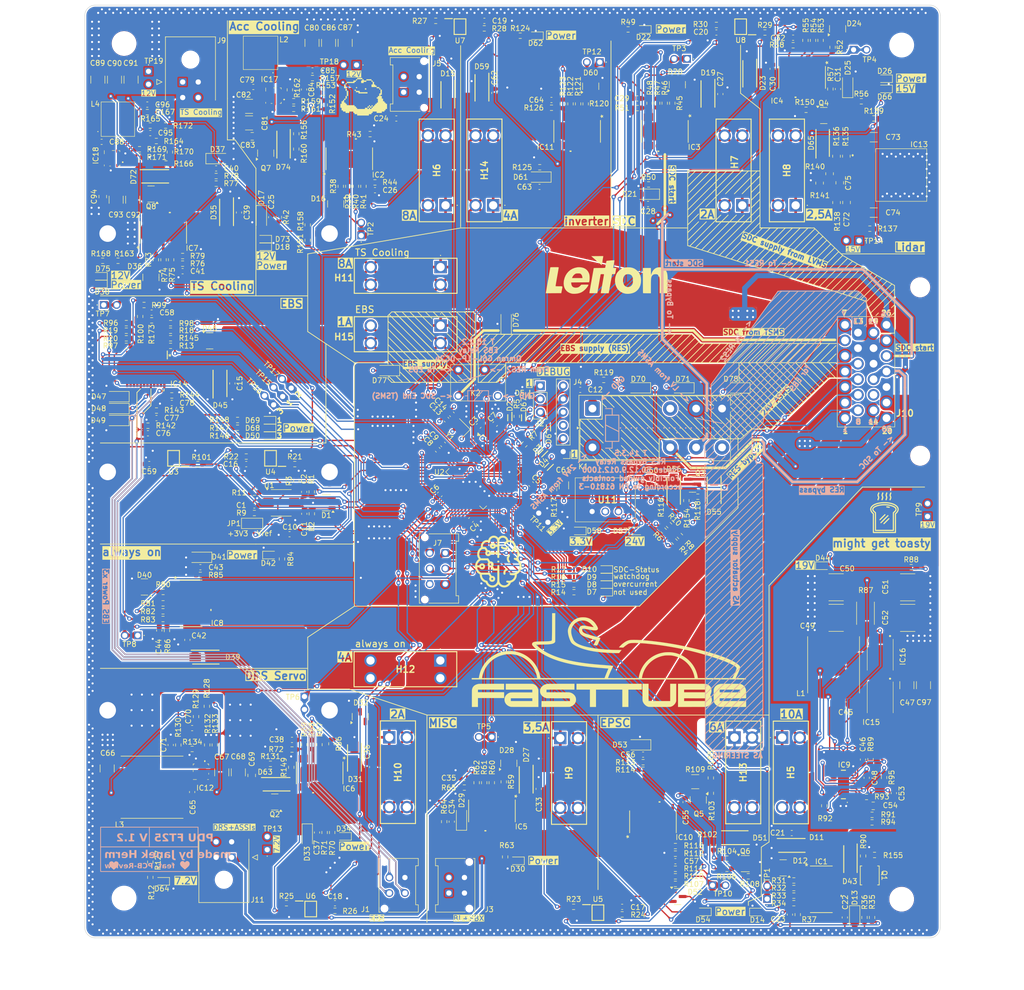
<source format=kicad_pcb>
(kicad_pcb
	(version 20240108)
	(generator "pcbnew")
	(generator_version "8.0")
	(general
		(thickness 1.6)
		(legacy_teardrops no)
	)
	(paper "A3")
	(title_block
		(title "PDU FT25")
		(date "2025-01-15")
		(rev "V1.2")
		(company "Janek Herm")
		(comment 1 "FasTTUBe Electronics")
	)
	(layers
		(0 "F.Cu" signal)
		(1 "In1.Cu" power)
		(2 "In2.Cu" signal)
		(31 "B.Cu" mixed)
		(32 "B.Adhes" user "B.Adhesive")
		(33 "F.Adhes" user "F.Adhesive")
		(34 "B.Paste" user)
		(35 "F.Paste" user)
		(36 "B.SilkS" user "B.Silkscreen")
		(37 "F.SilkS" user "F.Silkscreen")
		(38 "B.Mask" user)
		(39 "F.Mask" user)
		(40 "Dwgs.User" user "User.Drawings")
		(41 "Cmts.User" user "User.Comments")
		(42 "Eco1.User" user "User.Eco1")
		(43 "Eco2.User" user "User.Eco2")
		(44 "Edge.Cuts" user)
		(45 "Margin" user)
		(46 "B.CrtYd" user "B.Courtyard")
		(47 "F.CrtYd" user "F.Courtyard")
		(48 "B.Fab" user)
		(49 "F.Fab" user)
		(50 "User.1" user)
		(51 "User.2" user)
		(52 "User.3" user)
		(53 "User.4" user)
		(54 "User.5" user)
		(55 "User.6" user)
		(56 "User.7" user)
		(57 "User.8" user)
		(58 "User.9" user)
	)
	(setup
		(stackup
			(layer "F.SilkS"
				(type "Top Silk Screen")
			)
			(layer "F.Paste"
				(type "Top Solder Paste")
			)
			(layer "F.Mask"
				(type "Top Solder Mask")
				(thickness 0.01)
			)
			(layer "F.Cu"
				(type "copper")
				(thickness 0.035)
			)
			(layer "dielectric 1"
				(type "prepreg")
				(thickness 0.1)
				(material "FR4")
				(epsilon_r 4.5)
				(loss_tangent 0.02)
			)
			(layer "In1.Cu"
				(type "copper")
				(thickness 0.035)
			)
			(layer "dielectric 2"
				(type "core")
				(thickness 1.24)
				(material "FR4")
				(epsilon_r 4.5)
				(loss_tangent 0.02)
			)
			(layer "In2.Cu"
				(type "copper")
				(thickness 0.035)
			)
			(layer "dielectric 3"
				(type "prepreg")
				(thickness 0.1)
				(material "FR4")
				(epsilon_r 4.5)
				(loss_tangent 0.02)
			)
			(layer "B.Cu"
				(type "copper")
				(thickness 0.035)
			)
			(layer "B.Mask"
				(type "Bottom Solder Mask")
				(thickness 0.01)
			)
			(layer "B.Paste"
				(type "Bottom Solder Paste")
			)
			(layer "B.SilkS"
				(type "Bottom Silk Screen")
			)
			(copper_finish "None")
			(dielectric_constraints no)
		)
		(pad_to_mask_clearance 0)
		(allow_soldermask_bridges_in_footprints no)
		(pcbplotparams
			(layerselection 0x00010fc_ffffffff)
			(plot_on_all_layers_selection 0x0000000_00000000)
			(disableapertmacros no)
			(usegerberextensions no)
			(usegerberattributes yes)
			(usegerberadvancedattributes yes)
			(creategerberjobfile no)
			(dashed_line_dash_ratio 12.000000)
			(dashed_line_gap_ratio 3.000000)
			(svgprecision 4)
			(plotframeref no)
			(viasonmask no)
			(mode 1)
			(useauxorigin yes)
			(hpglpennumber 1)
			(hpglpenspeed 20)
			(hpglpendiameter 15.000000)
			(pdf_front_fp_property_popups yes)
			(pdf_back_fp_property_popups yes)
			(dxfpolygonmode yes)
			(dxfimperialunits yes)
			(dxfusepcbnewfont yes)
			(psnegative no)
			(psa4output no)
			(plotreference yes)
			(plotvalue no)
			(plotfptext yes)
			(plotinvisibletext no)
			(sketchpadsonfab no)
			(subtractmaskfromsilk yes)
			(outputformat 1)
			(mirror no)
			(drillshape 0)
			(scaleselection 1)
			(outputdirectory "gerber/")
		)
	)
	(net 0 "")
	(net 1 "GND")
	(net 2 "+3V3")
	(net 3 "stdCAN_H")
	(net 4 "/MCU/Vref")
	(net 5 "stdCAN_L")
	(net 6 "/MCU/NRST")
	(net 7 "Net-(D11-A2)")
	(net 8 "/powerstages/P_Out6a")
	(net 9 "/powerstages/IS4")
	(net 10 "Net-(D15-A2)")
	(net 11 "/connectors/P_Out1")
	(net 12 "/powerstages/IS1")
	(net 13 "Net-(D19-A2)")
	(net 14 "/powerstages/IS10")
	(net 15 "Net-(D23-A2)")
	(net 16 "/powerstages/P_Out9a")
	(net 17 "/powerstages/IS7")
	(net 18 "Net-(D27-A2)")
	(net 19 "/connectors/P_Out8")
	(net 20 "/powerstages/IS8")
	(net 21 "Net-(D31-A2)")
	(net 22 "/powerstages/P_Out5a")
	(net 23 "/powerstages/IS3")
	(net 24 "Net-(D35-A2)")
	(net 25 "/connectors/P_Out2")
	(net 26 "/powerstages/IS2")
	(net 27 "/connectors/P_Out9")
	(net 28 "/powerstages/IS9")
	(net 29 "Net-(IC9-CBOOT)")
	(net 30 "Net-(IC9-SW)")
	(net 31 "Net-(IC9-VCC)")
	(net 32 "Net-(D43-K)")
	(net 33 "Net-(IC9-PFM{slash}SYNC)")
	(net 34 "/connectors/P_Out4")
	(net 35 "Net-(C53-Pad2)")
	(net 36 "Net-(IC9-EXTCOMP)")
	(net 37 "Net-(D51-A2)")
	(net 38 "/connectors/P_Out5")
	(net 39 "/powerstages/IS5")
	(net 40 "Net-(D56-K)")
	(net 41 "Net-(D59-A2)")
	(net 42 "/connectors/P_Out6")
	(net 43 "/powerstages/IS6")
	(net 44 "Net-(IC12-SW)")
	(net 45 "Net-(IC12-BOOT)")
	(net 46 "/connectors/P_Out3")
	(net 47 "Net-(D63-K)")
	(net 48 "Net-(IC12-FB)")
	(net 49 "Net-(IC12-SS)")
	(net 50 "/connectors/P_Out7")
	(net 51 "Net-(IC13-FB)")
	(net 52 "Net-(D65-K)")
	(net 53 "Net-(IC13-SS)")
	(net 54 "/MCU/SWCLK")
	(net 55 "/MCU/SWDIO")
	(net 56 "/MCU/UART_RX")
	(net 57 "/MCU/UART_TX")
	(net 58 "Net-(D7-A)")
	(net 59 "Net-(D8-A)")
	(net 60 "Net-(D9-A)")
	(net 61 "Net-(D10-A)")
	(net 62 "Net-(D12-A)")
	(net 63 "unconnected-(D12-NC-Pad2)")
	(net 64 "Net-(D14-A)")
	(net 65 "Net-(D16-A)")
	(net 66 "unconnected-(D16-NC-Pad2)")
	(net 67 "Net-(D18-A)")
	(net 68 "Net-(D20-A)")
	(net 69 "unconnected-(D20-NC-Pad2)")
	(net 70 "Net-(D22-A)")
	(net 71 "Net-(D24-A)")
	(net 72 "unconnected-(D24-NC-Pad2)")
	(net 73 "Net-(D26-A)")
	(net 74 "Net-(D28-A)")
	(net 75 "unconnected-(D28-NC-Pad2)")
	(net 76 "Net-(D30-A)")
	(net 77 "unconnected-(D32-NC-Pad2)")
	(net 78 "Net-(D32-A)")
	(net 79 "Net-(D34-A)")
	(net 80 "Net-(D36-A)")
	(net 81 "unconnected-(D36-NC-Pad2)")
	(net 82 "Net-(D38-A)")
	(net 83 "Net-(D43-A)")
	(net 84 "Net-(D44-A)")
	(net 85 "Net-(D45-A2)")
	(net 86 "/powerstages/IS11")
	(net 87 "/connectors/P_Out12")
	(net 88 "unconnected-(D52-NC-Pad2)")
	(net 89 "Net-(D52-A)")
	(net 90 "Net-(D54-A)")
	(net 91 "Net-(D56-A)")
	(net 92 "Net-(D57-A)")
	(net 93 "Net-(D58-A)")
	(net 94 "unconnected-(D60-NC-Pad2)")
	(net 95 "Net-(D60-A)")
	(net 96 "Net-(D62-A)")
	(net 97 "Net-(D63-A)")
	(net 98 "Net-(D64-A)")
	(net 99 "Net-(D65-A)")
	(net 100 "Net-(D66-A)")
	(net 101 "/connectors/P_Out11")
	(net 102 "/connectors/P_Out10")
	(net 103 "Net-(D46-A)")
	(net 104 "+24V")
	(net 105 "Net-(IC1-IS)")
	(net 106 "Net-(IC1-GND)")
	(net 107 "Net-(IC1-IN)")
	(net 108 "Net-(IC1-DEN)")
	(net 109 "Net-(IC2-IS)")
	(net 110 "Net-(IC2-IN)")
	(net 111 "Net-(IC2-DEN)")
	(net 112 "Net-(IC2-GND)")
	(net 113 "Net-(IC3-IN)")
	(net 114 "Net-(IC3-GND)")
	(net 115 "Net-(IC3-IS)")
	(net 116 "Net-(IC3-DEN)")
	(net 117 "Net-(IC4-IN)")
	(net 118 "Net-(IC4-GND)")
	(net 119 "Net-(IC4-IS)")
	(net 120 "Net-(IC4-DEN)")
	(net 121 "Net-(IC5-GND)")
	(net 122 "Net-(IC5-DEN)")
	(net 123 "Net-(IC5-IS)")
	(net 124 "Net-(IC5-IN)")
	(net 125 "Net-(IC6-GND)")
	(net 126 "Net-(IC6-IN)")
	(net 127 "Net-(IC6-DEN)")
	(net 128 "Net-(IC6-IS)")
	(net 129 "Net-(IC7-IN)")
	(net 130 "Net-(IC7-IS)")
	(net 131 "Net-(IC7-GND)")
	(net 132 "Net-(IC7-DEN)")
	(net 133 "Net-(IC9-CNFG)")
	(net 134 "Net-(IC9-PG{slash}SYNCOUT)")
	(net 135 "Net-(IC9-RT)")
	(net 136 "Net-(IC9-ISNS+)")
	(net 137 "Net-(IC9-HO)")
	(net 138 "Net-(IC9-LO)")
	(net 139 "Net-(IC9-FB)")
	(net 140 "Net-(IC10-IS)")
	(net 141 "Net-(IC10-IN)")
	(net 142 "Net-(IC10-DEN)")
	(net 143 "Net-(IC10-GND)")
	(net 144 "Net-(IC11-DEN)")
	(net 145 "Net-(IC11-IS)")
	(net 146 "Net-(IC11-IN)")
	(net 147 "Net-(IC11-GND)")
	(net 148 "Net-(IC12-PG)")
	(net 149 "Net-(IC12-MODE)")
	(net 150 "Net-(IC12-EN)")
	(net 151 "Net-(IC13-RON)")
	(net 152 "Net-(IC13-EN)")
	(net 153 "/MCU/SWO")
	(net 154 "FDCAN_H")
	(net 155 "FDCAN_L")
	(net 156 "/RBR/SDC bypass")
	(net 157 "24V ASMS")
	(net 158 "Net-(JP1-C)")
	(net 159 "unconnected-(K1-Pad12)")
	(net 160 "unconnected-(K1-Pad24)")
	(net 161 "Net-(K1-PadA1)")
	(net 162 "unconnected-(D46-NC-Pad2)")
	(net 163 "Net-(IC14-DSEL1)")
	(net 164 "Net-(Q5-D)")
	(net 165 "Net-(Q5-G)")
	(net 166 "Net-(Q6-G)")
	(net 167 "Net-(Q6-D)")
	(net 168 "Net-(U1-Rs)")
	(net 169 "Net-(U2-PA0)")
	(net 170 "Net-(U2-BOOT0)")
	(net 171 "Net-(U2-PC0)")
	(net 172 "Net-(U2-PA11)")
	(net 173 "/MCU/CAN_RX")
	(net 174 "/MCU/CAN_TX")
	(net 175 "Net-(U2-PA12)")
	(net 176 "unconnected-(U2-PB7-Pad59)")
	(net 177 "unconnected-(U2-PA15-Pad50)")
	(net 178 "/MCU/STATUS_LED1")
	(net 179 "/MCU/STATUS_LED2")
	(net 180 "/MCU/STATUS_LED3")
	(net 181 "/MCU/STATUS_LED4")
	(net 182 "Net-(R12-Pad1)")
	(net 183 "Net-(U4A--)")
	(net 184 "/MCU/ISENSE1")
	(net 185 "Net-(U4B--)")
	(net 186 "/MCU/ISENSE2")
	(net 187 "/MCU/ISENSE3")
	(net 188 "Net-(U5A--)")
	(net 189 "Net-(U5B--)")
	(net 190 "/MCU/ISENSE4")
	(net 191 "/MCU/ISENSE5")
	(net 192 "Net-(U6A--)")
	(net 193 "Net-(U6B--)")
	(net 194 "/MCU/ISENSE6")
	(net 195 "/MCU/ISENSE7")
	(net 196 "Net-(U7A--)")
	(net 197 "Net-(U7B--)")
	(net 198 "/MCU/ISENSE8")
	(net 199 "/MCU/ISENSE9")
	(net 200 "Net-(U8A--)")
	(net 201 "Net-(U8B--)")
	(net 202 "/MCU/ISENSE10")
	(net 203 "/MCU/IN4")
	(net 204 "/MCU/IN1")
	(net 205 "/MCU/IN10")
	(net 206 "/MCU/IN7")
	(net 207 "/MCU/IN8")
	(net 208 "/MCU/IN3")
	(net 209 "/MCU/IN2")
	(net 210 "/MCU/IN9")
	(net 211 "/MCU/IN11")
	(net 212 "/MCU/IN12")
	(net 213 "/MCU/IN13")
	(net 214 "/MCU/PC_Read")
	(net 215 "/MCU/PC_EN")
	(net 216 "/MCU/IN5")
	(net 217 "/MCU/IN6")
	(net 218 "/MCU/XTAL_OUT")
	(net 219 "unconnected-(U2-PC5-Pad25)")
	(net 220 "Net-(IC14-GND)")
	(net 221 "unconnected-(U2-PC12-Pad53)")
	(net 222 "Net-(IC14-DEN)")
	(net 223 "Net-(IC14-IN2)")
	(net 224 "/MCU/XTAL_IN")
	(net 225 "unconnected-(U2-PD2-Pad54)")
	(net 226 "unconnected-(IC14-OUT3-Pad13)")
	(net 227 "Net-(IC14-IN0)")
	(net 228 "Net-(IC14-IN3)")
	(net 229 "Net-(IC14-DSEL0)")
	(net 230 "Net-(IC14-IN1)")
	(net 231 "Net-(IC14-IS)")
	(net 232 "/MCU/DSEL0")
	(net 233 "/MCU/DSEL1")
	(net 234 "Net-(U3A--)")
	(net 235 "/MCU/ISENSE11")
	(net 236 "Net-(U3B--)")
	(net 237 "unconnected-(IC9-NC_1-Pad1)")
	(net 238 "unconnected-(IC9-NC_2-Pad2)")
	(net 239 "unconnected-(IC9-NC_4-Pad23)")
	(net 240 "unconnected-(IC9-NC_3-Pad22)")
	(net 241 "unconnected-(IC9-NC_5-Pad24)")
	(net 242 "Net-(D50-A)")
	(net 243 "Net-(D68-A)")
	(net 244 "Net-(D69-A)")
	(net 245 "/connectors/P_Out14")
	(net 246 "/connectors/P_Out13")
	(net 247 "Net-(IC17-SW)")
	(net 248 "Net-(IC17-BOOT)")
	(net 249 "Net-(D72-K)")
	(net 250 "Net-(IC17-FB)")
	(net 251 "Net-(IC17-SS)")
	(net 252 "Net-(IC18-BOOT)")
	(net 253 "Net-(IC18-SW)")
	(net 254 "Net-(D74-K)")
	(net 255 "Net-(IC18-FB)")
	(net 256 "Net-(IC18-SS)")
	(net 257 "Net-(D72-A)")
	(net 258 "Net-(D73-A)")
	(net 259 "Net-(D74-A)")
	(net 260 "Net-(D75-A)")
	(net 261 "Net-(IC17-PG)")
	(net 262 "Net-(IC17-MODE)")
	(net 263 "Net-(IC17-EN)")
	(net 264 "Net-(IC18-PG)")
	(net 265 "Net-(IC18-MODE)")
	(net 266 "Net-(IC18-EN)")
	(net 267 "Net-(R151-Pad2)")
	(net 268 "Net-(R163-Pad2)")
	(net 269 "EBS supply")
	(net 270 "AS actuator supply")
	(net 271 "unconnected-(IC1-NC-Pad7)")
	(net 272 "unconnected-(IC1-NC-Pad1)")
	(net 273 "unconnected-(IC1-NC-Pad14)")
	(net 274 "unconnected-(IC1-NC-Pad8)")
	(net 275 "unconnected-(IC1-NC-Pad9)")
	(net 276 "unconnected-(IC1-NC-Pad13)")
	(net 277 "unconnected-(IC1-NC-Pad2)")
	(net 278 "unconnected-(IC2-NC-Pad2)")
	(net 279 "unconnected-(IC2-NC-Pad7)")
	(net 280 "unconnected-(IC2-NC-Pad8)")
	(net 281 "unconnected-(IC2-NC-Pad14)")
	(net 282 "unconnected-(IC2-NC-Pad1)")
	(net 283 "unconnected-(IC2-NC-Pad9)")
	(net 284 "unconnected-(IC2-NC-Pad13)")
	(net 285 "unconnected-(IC3-NC-Pad8)")
	(net 286 "unconnected-(IC3-NC-Pad1)")
	(net 287 "unconnected-(IC3-NC-Pad7)")
	(net 288 "unconnected-(IC3-NC-Pad14)")
	(net 289 "unconnected-(IC3-NC-Pad13)")
	(net 290 "unconnected-(IC3-NC-Pad9)")
	(net 291 "unconnected-(IC3-NC-Pad2)")
	(net 292 "unconnected-(IC4-NC-Pad2)")
	(net 293 "unconnected-(IC4-NC-Pad1)")
	(net 294 "unconnected-(IC4-NC-Pad13)")
	(net 295 "unconnected-(IC4-NC-Pad7)")
	(net 296 "unconnected-(IC4-NC-Pad9)")
	(net 297 "unconnected-(IC4-NC-Pad8)")
	(net 298 "unconnected-(IC4-NC-Pad14)")
	(net 299 "unconnected-(IC5-NC-Pad1)")
	(net 300 "unconnected-(IC5-NC-Pad8)")
	(net 301 "unconnected-(IC5-NC-Pad9)")
	(net 302 "unconnected-(IC5-NC-Pad14)")
	(net 303 "unconnected-(IC5-NC-Pad13)")
	(net 304 "unconnected-(IC5-NC-Pad2)")
	(net 305 "unconnected-(IC5-NC-Pad7)")
	(net 306 "unconnected-(IC6-NC-Pad14)")
	(net 307 "unconnected-(IC6-NC-Pad2)")
	(net 308 "unconnected-(IC6-NC-Pad7)")
	(net 309 "unconnected-(IC6-NC-Pad1)")
	(net 310 "unconnected-(IC6-NC-Pad9)")
	(net 311 "unconnected-(IC6-NC-Pad8)")
	(net 312 "unconnected-(IC6-NC-Pad13)")
	(net 313 "unconnected-(IC7-NC-Pad1)")
	(net 314 "unconnected-(IC7-NC-Pad9)")
	(net 315 "unconnected-(IC7-NC-Pad14)")
	(net 316 "unconnected-(IC7-NC-Pad13)")
	(net 317 "unconnected-(IC7-NC-Pad7)")
	(net 318 "unconnected-(IC7-NC-Pad8)")
	(net 319 "unconnected-(IC7-NC-Pad2)")
	(net 320 "unconnected-(IC10-NC-Pad14)")
	(net 321 "unconnected-(IC10-NC-Pad8)")
	(net 322 "unconnected-(IC10-NC-Pad13)")
	(net 323 "unconnected-(IC10-NC-Pad9)")
	(net 324 "unconnected-(IC10-NC-Pad1)")
	(net 325 "unconnected-(IC10-NC-Pad7)")
	(net 326 "unconnected-(IC10-NC-Pad2)")
	(net 327 "unconnected-(IC11-NC-Pad1)")
	(net 328 "unconnected-(IC11-NC-Pad13)")
	(net 329 "unconnected-(IC11-NC-Pad2)")
	(net 330 "unconnected-(IC11-NC-Pad7)")
	(net 331 "unconnected-(IC11-NC-Pad9)")
	(net 332 "unconnected-(IC11-NC-Pad8)")
	(net 333 "unconnected-(IC11-NC-Pad14)")
	(net 334 "unconnected-(IC14-NC-Pad21)")
	(net 335 "unconnected-(IC14-NC-Pad19)")
	(net 336 "unconnected-(IC14-NC-Pad15)")
	(net 337 "unconnected-(IC14-NC-Pad18)")
	(net 338 "unconnected-(IC14-NC-Pad23)")
	(net 339 "unconnected-(IC14-NC-Pad22)")
	(net 340 "unconnected-(IC14-NC-Pad14)")
	(net 341 "unconnected-(IC14-NC-Pad12)")
	(net 342 "unconnected-(IC14-NC-Pad1)")
	(net 343 "unconnected-(IC14-NC-Pad16)")
	(net 344 "/EBSR/EBS power")
	(net 345 "unconnected-(U2-PC14-Pad3)")
	(net 346 "unconnected-(U2-PC15-Pad4)")
	(net 347 "unconnected-(U2-PC13-Pad2)")
	(net 348 "Net-(R100-Pad1)")
	(net 349 "/RBR/RES")
	(net 350 "TSMS SDC")
	(net 351 "unconnected-(IC14-NC-Pad3)")
	(net 352 "unconnected-(U2-PB0-Pad26)")
	(net 353 "Net-(D39-A2)")
	(net 354 "unconnected-(D40-NC-Pad2)")
	(net 355 "Net-(D40-A)")
	(net 356 "Net-(D42-A)")
	(net 357 "unconnected-(IC8-NC-Pad8)")
	(net 358 "unconnected-(IC8-NC-Pad13)")
	(net 359 "Net-(IC8-IN)")
	(net 360 "unconnected-(IC8-NC-Pad9)")
	(net 361 "unconnected-(IC8-NC-Pad1)")
	(net 362 "Net-(IC8-DEN)")
	(net 363 "Net-(IC8-GND)")
	(net 364 "Net-(IC8-IS)")
	(net 365 "unconnected-(IC8-NC-Pad2)")
	(net 366 "unconnected-(IC8-NC-Pad14)")
	(net 367 "unconnected-(IC8-NC-Pad7)")
	(net 368 "unconnected-(J10-Pin_15-Pad15)")
	(footprint "5025:5025" (layer "F.Cu") (at 165.32 98.46 90))
	(footprint "Resistor_SMD:R_0603_1608Metric" (layer "F.Cu") (at 161.375 88.955 90))
	(footprint "Resistor_SMD:R_0603_1608Metric" (layer "F.Cu") (at 128.645 103.135 -90))
	(footprint "Capacitor_SMD:C_1210_3225Metric" (layer "F.Cu") (at 162.225 61.275 90))
	(footprint "BTT6010-1ERB:SOIC14_BTT6010-1ERB_INF" (layer "F.Cu") (at 163.019 83.649799 90))
	(footprint "824501241:DIOM5127X250N" (layer "F.Cu") (at 139.345 93.995 -90))
	(footprint "Resistor_SMD:R_0603_1608Metric" (layer "F.Cu") (at 122.555 83.275))
	(footprint "Package_TO_SOT_SMD:SOT-23" (layer "F.Cu") (at 124.75 106.535 -90))
	(footprint "Package_TO_SOT_SMD:SOT-23" (layer "F.Cu") (at 165.14 191.314998 90))
	(footprint "Resistor_SMD:R_0603_1608Metric" (layer "F.Cu") (at 135.615001 196.775 90))
	(footprint "Resistor_SMD:R_0603_1608Metric" (layer "F.Cu") (at 155.915 68.065))
	(footprint "Capacitor_SMD:C_1210_3225Metric" (layer "F.Cu") (at 143.685 76.725 180))
	(footprint "Resistor_SMD:R_0603_1608Metric" (layer "F.Cu") (at 135.545001 189.315 -90))
	(footprint "LED_SMD:LED_0603_1608Metric" (layer "F.Cu") (at 266.295 70.155 180))
	(footprint "brain:heart" (layer "F.Cu") (at 117.6 220.05))
	(footprint "Resistor_SMD:R_0603_1608Metric" (layer "F.Cu") (at 127.585 77.225))
	(footprint "ESD321DYAR:SODFL1608X77N" (layer "F.Cu") (at 193.99 133.625 -90))
	(footprint "Diode_SMD:D_SOD-123F" (layer "F.Cu") (at 218.94 127.854999 180))
	(footprint "5025:5025" (layer "F.Cu") (at 147.190001 216.99 90))
	(footprint "Resistor_SMD:R_0603_1608Metric" (layer "F.Cu") (at 147.805 200.415))
	(footprint "5025:5025" (layer "F.Cu") (at 261.38 99.44 180))
	(footprint "MountingHole:MountingHole_3.2mm_M3_DIN965_Pad" (layer "F.Cu") (at 116.41 144.08 -90))
	(footprint "Resistor_SMD:R_0603_1608Metric" (layer "F.Cu") (at 254.645 208.515 -90))
	(footprint "3557-15:355715" (layer "F.Cu") (at 180.58 180.485 180))
	(footprint "Resistor_SMD:R_0603_1608Metric" (layer "F.Cu") (at 264.205001 75.855))
	(footprint "Capacitor_SMD:C_0603_1608Metric" (layer "F.Cu") (at 156.795 213.675001 -90))
	(footprint "Resistor_SMD:R_0603_1608Metric" (layer "F.Cu") (at 120.005477 118.297452))
	(footprint "MountingHole:MountingHole_4.3mm_M4" (layer "F.Cu") (at 119.575 226.345))
	(footprint "Capacitor_SMD:C_1210_3225Metric" (layer "F.Cu") (at 138.414747 202.063428 90))
	(footprint "Diode_SMD:D_SOD-123F" (layer "F.Cu") (at 146.065 94.88 -90))
	(footprint "Capacitor_SMD:C_0603_1608Metric" (layer "F.Cu") (at 185.205 203.145 180))
	(footprint "Resistor_SMD:R_0603_1608Metric" (layer "F.Cu") (at 225.925 220.675))
	(footprint "Resistor_SMD:R_0603_1608Metric"
		(layer "F.Cu")
		(uuid "15025461-dcc7-4f61-9542-8f8e8ec99700")
		(at 154.995 99.365 90)
		(descr "Resistor SMD 0603 (1608 Metric), square (rectangular) end terminal, IPC_7351 nominal, (Body size source: IPC-SM-782 page 72, https://www.pcb-3d.com/wordpress/wp-content/uploads/ipc-sm-782a_amendment_1_and_2.pdf), generated with kicad-footprint-generator")
		(tags "resistor")
		(property "Reference" "R151"
			(at -0.65 -1.42 90)
			(layer "F.SilkS")
			(uuid "122f886c-686c-4dca-9df4-687a2b60e366")
			(effects
				(font
					(size 1 1)
					(thickness 0.15)
				)
			)
		)
		(property "Value" "1k"
			(at 0 1.43 90)
			(layer "F.Fab")
			(uuid "a592b584-abae-4bea-8bc8-0a8ffebe0b80")
			(effects
				(font
					(size 1 1)
					(thickness 0.15)
				)
			)
		)
		(property "Footprint" "Resistor_SMD:R_0603_1608Metric"
			(at 0 0 90)
			(unlocked yes)
			(layer "F.Fab")
			(hide yes)
			(uuid "1c5f638a-4832-4642-88d6-97d1baf0f576")
			(effects
				(font
					(size 1.27 1.27)
					(thickness 0.15)
				)
			)
		)
		(property "Datasheet" ""
			(at 0 0 90)
			(unlocked yes)
			(layer "F.Fab")
			(hide yes)
			(uuid "59d60a19-0eeb-4754-9aba-e42d43305fa7")
			(effects
				(font
					(size 1.27 1.27)
					(thickness 0.15)
				)
			)
		)
		(property "Description" "Resistor, small symbol"
			(at 0 0 90)
			(unlocked yes)
			(layer "F.Fab")
			(hide yes)
			(uuid "33615a10-7215-4795-96b9-fa93cea6c121")
			(effects
				(font
					(size 1.27 1.27)
					(thickness 0.15)
				)
			)
		)
		(property ki_fp_filters "R_*")
		(path "/780d04e9-366d-4b48-88f6-229428c96c3a/2688228a-78b0-463b-82bd-42a0dedab640/a31b0199-c63c-4e83-8127-1fac1a9facaf")
		(sheetname "ACC pump DCDC")
		(sheetfile "pumpDCDC.kicad_sch")
		(attr smd)
		(fp_line
			(start -0.237258 -0.5225)
			(end 0.237258 -0.5225)
			(stroke
				(width 0.12)
				(type solid)
			)
			(layer "F.SilkS")
			(uuid "dc8e5fd8-4ca3-4c1d-b1f5-6eaae540711d")
		)
		(fp_line
			(start -0.237258 0.5225)
			(end 0.237258 0.5225)
			(stroke
				(width 0.12)
				(type solid)
			)
			(layer "F.SilkS")
			(uuid "6c0a18d3-6077-4bcb-825a-872d2e6b7716")
		)
		(fp_line
			(start 1.48 -0.73)
			(end 1.48 0.73)
			(stroke
				(width 0.05)
				(type solid)
			)
			(layer "F.CrtYd")
			(uuid "7313f3b4-9a54-4d87-8c75-088e5090a017")
		)
		(fp_line
			(start -1.48 -0.73)
			(end 1.48 -0.73)
			(stroke
				(width 0.05)
				(type solid)
			)
			(layer "F.CrtYd")
			(uuid "6af3927a-7d15-47f2-a5a0-8445f1b4c182")
		)
		(fp_line
			(start 1.48 0.73)
			(end -1.48 0.73)
			(stroke
				(width 0.05)
				(type solid)
			)
			(layer "F.CrtYd")
			(uuid "72e13f33-6639-4f39-84e2-7a3d4ba4715a")
		)
		(fp_line
			(start -1.48 0.73)
			(end -1.48 -0.73)
			(stroke
				(width 0.05)
				(type solid)
			)
			(layer "F.CrtYd")
			(uuid "ff98d762-9a6b-4848-89e9-20b6125bce37")
		)
		(fp_line
			(start 0.8 -0.4125)
			(end 0.8 0.4125)
			(stroke
				(width 0.1)
				(type solid)
			)
			(layer "F.Fab")
			(uuid "fe961a65-105c-43a7-89d7-5c7c44acd8a1")
		)
		(fp_line
			(start -0.8 -0.4125)
			(end 0.8 -0.4125)
			(stroke
				(width 0.1)
				(type solid)
			)
			(layer "F.Fab")
			(uuid "bb8064fe-6479-4ead-87cb-214fa68d7676")
		)
		(fp_line
			(start 0.8 0.4125)
			(end -0.8 0.4125)
			(stroke
				(width 0.1)
				(type solid)
			)
			(layer "F.Fab")
			(uuid "0ba98a26-6841-4152-aae7-55d7e1c78c39")
		)
		(fp_line
			(start -0.8 0.4125)
			(end -0.8 -0.4125)
			(stroke
				(width 0.1)
				(type solid)
			)
			(layer "F.Fab")
			(uuid "5d11a3ad-477d-4115-9465-9e9afb18566f")
		)
		(fp_text user "${REFERENCE}"
			(at 0 0 90)
			(layer "F.Fab")
			(uuid "17fd480c-78e4-42b3-bdb3-934d3a1139dc")
			(effects
				(fo
... [9308543 chars truncated]
</source>
